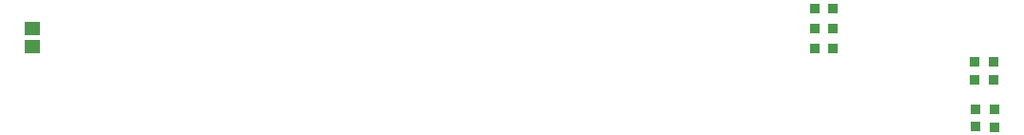
<source format=gbr>
%TF.GenerationSoftware,Altium Limited,Altium Designer,24.6.1 (21)*%
G04 Layer_Color=128*
%FSLAX45Y45*%
%MOMM*%
%TF.SameCoordinates,FD53202A-208C-403B-AAB2-15DF5564725B*%
%TF.FilePolarity,Positive*%
%TF.FileFunction,Paste,Bot*%
%TF.Part,Single*%
G01*
G75*
%TA.AperFunction,SMDPad,CuDef*%
%ADD23R,0.95000X0.85000*%
%ADD26R,1.40000X1.30000*%
%ADD30R,0.85000X0.95000*%
D23*
X11508500Y8505100D02*
D03*
Y8345100D02*
D03*
X11671300Y8503900D02*
D03*
Y8343900D02*
D03*
X11499790Y8921388D02*
D03*
Y8761388D02*
D03*
X11664890Y8921388D02*
D03*
Y8761388D02*
D03*
D26*
X3105518Y9219159D02*
D03*
Y9059159D02*
D03*
D30*
X10078160Y9039349D02*
D03*
X10238160D02*
D03*
X10078160Y9217149D02*
D03*
X10238160D02*
D03*
X10078160Y9398508D02*
D03*
X10238160D02*
D03*
%TF.MD5,ae2fc2722f7aab54abaaf4a9673ea2f7*%
M02*

</source>
